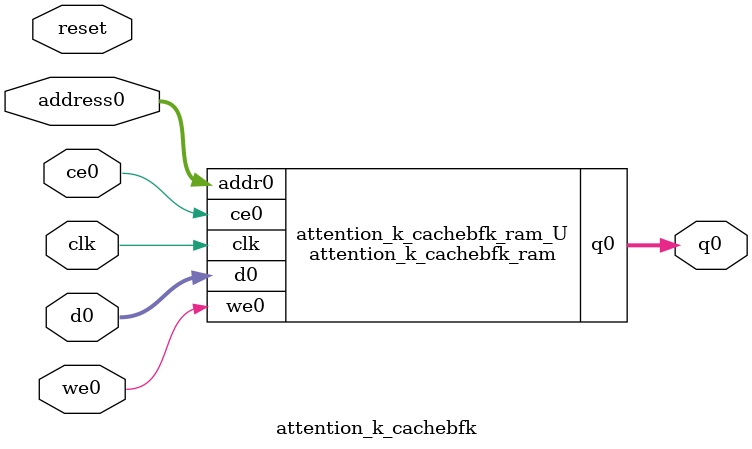
<source format=v>
`timescale 1 ns / 1 ps
module attention_k_cachebfk_ram (addr0, ce0, d0, we0, q0,  clk);

parameter DWIDTH = 38;
parameter AWIDTH = 10;
parameter MEM_SIZE = 576;

input[AWIDTH-1:0] addr0;
input ce0;
input[DWIDTH-1:0] d0;
input we0;
output reg[DWIDTH-1:0] q0;
input clk;

(* ram_style = "block" *)reg [DWIDTH-1:0] ram[0:MEM_SIZE-1];




always @(posedge clk)  
begin 
    if (ce0) begin
        if (we0) 
            ram[addr0] <= d0; 
        q0 <= ram[addr0];
    end
end


endmodule

`timescale 1 ns / 1 ps
module attention_k_cachebfk(
    reset,
    clk,
    address0,
    ce0,
    we0,
    d0,
    q0);

parameter DataWidth = 32'd38;
parameter AddressRange = 32'd576;
parameter AddressWidth = 32'd10;
input reset;
input clk;
input[AddressWidth - 1:0] address0;
input ce0;
input we0;
input[DataWidth - 1:0] d0;
output[DataWidth - 1:0] q0;



attention_k_cachebfk_ram attention_k_cachebfk_ram_U(
    .clk( clk ),
    .addr0( address0 ),
    .ce0( ce0 ),
    .we0( we0 ),
    .d0( d0 ),
    .q0( q0 ));

endmodule


</source>
